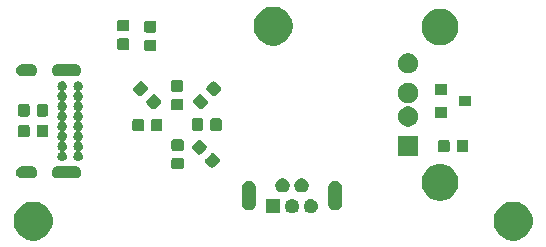
<source format=gbr>
G04 #@! TF.GenerationSoftware,KiCad,Pcbnew,(5.1.2)-1*
G04 #@! TF.CreationDate,2019-08-24T20:09:32-04:00*
G04 #@! TF.ProjectId,REV Type-C V3,52455620-5479-4706-952d-432056332e6b,rev?*
G04 #@! TF.SameCoordinates,Original*
G04 #@! TF.FileFunction,Soldermask,Bot*
G04 #@! TF.FilePolarity,Negative*
%FSLAX46Y46*%
G04 Gerber Fmt 4.6, Leading zero omitted, Abs format (unit mm)*
G04 Created by KiCad (PCBNEW (5.1.2)-1) date 2019-08-24 20:09:32*
%MOMM*%
%LPD*%
G04 APERTURE LIST*
%ADD10C,0.100000*%
G04 APERTURE END LIST*
D10*
G36*
X155315256Y-83481298D02*
G01*
X155421579Y-83502447D01*
X155722042Y-83626903D01*
X155992451Y-83807585D01*
X156222415Y-84037549D01*
X156403097Y-84307958D01*
X156527553Y-84608421D01*
X156591000Y-84927391D01*
X156591000Y-85252609D01*
X156527553Y-85571579D01*
X156403097Y-85872042D01*
X156222415Y-86142451D01*
X155992451Y-86372415D01*
X155722042Y-86553097D01*
X155421579Y-86677553D01*
X155315256Y-86698702D01*
X155102611Y-86741000D01*
X154777389Y-86741000D01*
X154564744Y-86698702D01*
X154458421Y-86677553D01*
X154157958Y-86553097D01*
X153887549Y-86372415D01*
X153657585Y-86142451D01*
X153476903Y-85872042D01*
X153352447Y-85571579D01*
X153289000Y-85252609D01*
X153289000Y-84927391D01*
X153352447Y-84608421D01*
X153476903Y-84307958D01*
X153657585Y-84037549D01*
X153887549Y-83807585D01*
X154157958Y-83626903D01*
X154458421Y-83502447D01*
X154564744Y-83481298D01*
X154777389Y-83439000D01*
X155102611Y-83439000D01*
X155315256Y-83481298D01*
X155315256Y-83481298D01*
G37*
G36*
X114675256Y-83481298D02*
G01*
X114781579Y-83502447D01*
X115082042Y-83626903D01*
X115352451Y-83807585D01*
X115582415Y-84037549D01*
X115763097Y-84307958D01*
X115887553Y-84608421D01*
X115951000Y-84927391D01*
X115951000Y-85252609D01*
X115887553Y-85571579D01*
X115763097Y-85872042D01*
X115582415Y-86142451D01*
X115352451Y-86372415D01*
X115082042Y-86553097D01*
X114781579Y-86677553D01*
X114675256Y-86698702D01*
X114462611Y-86741000D01*
X114137389Y-86741000D01*
X113924744Y-86698702D01*
X113818421Y-86677553D01*
X113517958Y-86553097D01*
X113247549Y-86372415D01*
X113017585Y-86142451D01*
X112836903Y-85872042D01*
X112712447Y-85571579D01*
X112649000Y-85252609D01*
X112649000Y-84927391D01*
X112712447Y-84608421D01*
X112836903Y-84307958D01*
X113017585Y-84037549D01*
X113247549Y-83807585D01*
X113517958Y-83626903D01*
X113818421Y-83502447D01*
X113924744Y-83481298D01*
X114137389Y-83439000D01*
X114462611Y-83439000D01*
X114675256Y-83481298D01*
X114675256Y-83481298D01*
G37*
G36*
X136356601Y-83234397D02*
G01*
X136395305Y-83242096D01*
X136427340Y-83255365D01*
X136504680Y-83287400D01*
X136603115Y-83353173D01*
X136686827Y-83436885D01*
X136752600Y-83535320D01*
X136797904Y-83644696D01*
X136821000Y-83760805D01*
X136821000Y-83879195D01*
X136797904Y-83995304D01*
X136752600Y-84104680D01*
X136686827Y-84203115D01*
X136603115Y-84286827D01*
X136504680Y-84352600D01*
X136427340Y-84384635D01*
X136395305Y-84397904D01*
X136356601Y-84405603D01*
X136279195Y-84421000D01*
X136160805Y-84421000D01*
X136083399Y-84405603D01*
X136044695Y-84397904D01*
X136012660Y-84384635D01*
X135935320Y-84352600D01*
X135836885Y-84286827D01*
X135753173Y-84203115D01*
X135687400Y-84104680D01*
X135642096Y-83995304D01*
X135619000Y-83879195D01*
X135619000Y-83760805D01*
X135642096Y-83644696D01*
X135687400Y-83535320D01*
X135753173Y-83436885D01*
X135836885Y-83353173D01*
X135935320Y-83287400D01*
X136012660Y-83255365D01*
X136044695Y-83242096D01*
X136083399Y-83234397D01*
X136160805Y-83219000D01*
X136279195Y-83219000D01*
X136356601Y-83234397D01*
X136356601Y-83234397D01*
G37*
G36*
X137956601Y-83234397D02*
G01*
X137995305Y-83242096D01*
X138027340Y-83255365D01*
X138104680Y-83287400D01*
X138203115Y-83353173D01*
X138286827Y-83436885D01*
X138352600Y-83535320D01*
X138397904Y-83644696D01*
X138421000Y-83760805D01*
X138421000Y-83879195D01*
X138397904Y-83995304D01*
X138352600Y-84104680D01*
X138286827Y-84203115D01*
X138203115Y-84286827D01*
X138104680Y-84352600D01*
X138027340Y-84384635D01*
X137995305Y-84397904D01*
X137956601Y-84405603D01*
X137879195Y-84421000D01*
X137760805Y-84421000D01*
X137683399Y-84405603D01*
X137644695Y-84397904D01*
X137612660Y-84384635D01*
X137535320Y-84352600D01*
X137436885Y-84286827D01*
X137353173Y-84203115D01*
X137287400Y-84104680D01*
X137242096Y-83995304D01*
X137219000Y-83879195D01*
X137219000Y-83760805D01*
X137242096Y-83644696D01*
X137287400Y-83535320D01*
X137353173Y-83436885D01*
X137436885Y-83353173D01*
X137535320Y-83287400D01*
X137612660Y-83255365D01*
X137644695Y-83242096D01*
X137683399Y-83234397D01*
X137760805Y-83219000D01*
X137879195Y-83219000D01*
X137956601Y-83234397D01*
X137956601Y-83234397D01*
G37*
G36*
X135221000Y-84421000D02*
G01*
X134019000Y-84421000D01*
X134019000Y-83219000D01*
X135221000Y-83219000D01*
X135221000Y-84421000D01*
X135221000Y-84421000D01*
G37*
G36*
X132687817Y-81702696D02*
G01*
X132801104Y-81737062D01*
X132905511Y-81792869D01*
X132905513Y-81792870D01*
X132905512Y-81792870D01*
X132997027Y-81867973D01*
X133060711Y-81945572D01*
X133072131Y-81959488D01*
X133127938Y-82063895D01*
X133162304Y-82177182D01*
X133171000Y-82265481D01*
X133171000Y-83624519D01*
X133162304Y-83712818D01*
X133127938Y-83826105D01*
X133072131Y-83930512D01*
X132997027Y-84022027D01*
X132905512Y-84097131D01*
X132801105Y-84152938D01*
X132687818Y-84187304D01*
X132570000Y-84198907D01*
X132452183Y-84187304D01*
X132338896Y-84152938D01*
X132234489Y-84097131D01*
X132142974Y-84022027D01*
X132067870Y-83930512D01*
X132012063Y-83826105D01*
X131977697Y-83712818D01*
X131969001Y-83624519D01*
X131969000Y-82265482D01*
X131977696Y-82177183D01*
X132012062Y-82063896D01*
X132067869Y-81959489D01*
X132081338Y-81943077D01*
X132142973Y-81867973D01*
X132234487Y-81792870D01*
X132234486Y-81792870D01*
X132234488Y-81792869D01*
X132338895Y-81737062D01*
X132452182Y-81702696D01*
X132570000Y-81691093D01*
X132687817Y-81702696D01*
X132687817Y-81702696D01*
G37*
G36*
X139987817Y-81702696D02*
G01*
X140101104Y-81737062D01*
X140205511Y-81792869D01*
X140205513Y-81792870D01*
X140205512Y-81792870D01*
X140297027Y-81867973D01*
X140360711Y-81945572D01*
X140372131Y-81959488D01*
X140427938Y-82063895D01*
X140462304Y-82177182D01*
X140471000Y-82265481D01*
X140471000Y-83624519D01*
X140462304Y-83712818D01*
X140427938Y-83826105D01*
X140372131Y-83930512D01*
X140297027Y-84022027D01*
X140205512Y-84097131D01*
X140101105Y-84152938D01*
X139987818Y-84187304D01*
X139870000Y-84198907D01*
X139752183Y-84187304D01*
X139638896Y-84152938D01*
X139534489Y-84097131D01*
X139442974Y-84022027D01*
X139367870Y-83930512D01*
X139312063Y-83826105D01*
X139277697Y-83712818D01*
X139269001Y-83624519D01*
X139269000Y-82265482D01*
X139277696Y-82177183D01*
X139312062Y-82063896D01*
X139367869Y-81959489D01*
X139381338Y-81943077D01*
X139442973Y-81867973D01*
X139534487Y-81792870D01*
X139534486Y-81792870D01*
X139534488Y-81792869D01*
X139638895Y-81737062D01*
X139752182Y-81702696D01*
X139870000Y-81691093D01*
X139987817Y-81702696D01*
X139987817Y-81702696D01*
G37*
G36*
X149062585Y-80288802D02*
G01*
X149212410Y-80318604D01*
X149494674Y-80435521D01*
X149748705Y-80605259D01*
X149964741Y-80821295D01*
X150134479Y-81075326D01*
X150251396Y-81357590D01*
X150264825Y-81425102D01*
X150300246Y-81603173D01*
X150311000Y-81657240D01*
X150311000Y-81962760D01*
X150251396Y-82262410D01*
X150134479Y-82544674D01*
X149964741Y-82798705D01*
X149748705Y-83014741D01*
X149494674Y-83184479D01*
X149212410Y-83301396D01*
X149062585Y-83331198D01*
X148912761Y-83361000D01*
X148607239Y-83361000D01*
X148457415Y-83331198D01*
X148307590Y-83301396D01*
X148025326Y-83184479D01*
X147771295Y-83014741D01*
X147555259Y-82798705D01*
X147385521Y-82544674D01*
X147268604Y-82262410D01*
X147209000Y-81962760D01*
X147209000Y-81657240D01*
X147219755Y-81603173D01*
X147255175Y-81425102D01*
X147268604Y-81357590D01*
X147385521Y-81075326D01*
X147555259Y-80821295D01*
X147771295Y-80605259D01*
X148025326Y-80435521D01*
X148307590Y-80318604D01*
X148457415Y-80288802D01*
X148607239Y-80259000D01*
X148912761Y-80259000D01*
X149062585Y-80288802D01*
X149062585Y-80288802D01*
G37*
G36*
X135556601Y-81484397D02*
G01*
X135595305Y-81492096D01*
X135627340Y-81505365D01*
X135704680Y-81537400D01*
X135803115Y-81603173D01*
X135886827Y-81686885D01*
X135952600Y-81785320D01*
X135997904Y-81894696D01*
X136021000Y-82010805D01*
X136021000Y-82129195D01*
X135997904Y-82245304D01*
X135952600Y-82354680D01*
X135886827Y-82453115D01*
X135803115Y-82536827D01*
X135704680Y-82602600D01*
X135627340Y-82634635D01*
X135595305Y-82647904D01*
X135556601Y-82655603D01*
X135479195Y-82671000D01*
X135360805Y-82671000D01*
X135283399Y-82655603D01*
X135244695Y-82647904D01*
X135212660Y-82634635D01*
X135135320Y-82602600D01*
X135036885Y-82536827D01*
X134953173Y-82453115D01*
X134887400Y-82354680D01*
X134842096Y-82245304D01*
X134819000Y-82129195D01*
X134819000Y-82010805D01*
X134842096Y-81894696D01*
X134887400Y-81785320D01*
X134953173Y-81686885D01*
X135036885Y-81603173D01*
X135135320Y-81537400D01*
X135212660Y-81505365D01*
X135244695Y-81492096D01*
X135283399Y-81484397D01*
X135360805Y-81469000D01*
X135479195Y-81469000D01*
X135556601Y-81484397D01*
X135556601Y-81484397D01*
G37*
G36*
X137156601Y-81484397D02*
G01*
X137195305Y-81492096D01*
X137227340Y-81505365D01*
X137304680Y-81537400D01*
X137403115Y-81603173D01*
X137486827Y-81686885D01*
X137552600Y-81785320D01*
X137597904Y-81894696D01*
X137621000Y-82010805D01*
X137621000Y-82129195D01*
X137597904Y-82245304D01*
X137552600Y-82354680D01*
X137486827Y-82453115D01*
X137403115Y-82536827D01*
X137304680Y-82602600D01*
X137227340Y-82634635D01*
X137195305Y-82647904D01*
X137156601Y-82655603D01*
X137079195Y-82671000D01*
X136960805Y-82671000D01*
X136883399Y-82655603D01*
X136844695Y-82647904D01*
X136812660Y-82634635D01*
X136735320Y-82602600D01*
X136636885Y-82536827D01*
X136553173Y-82453115D01*
X136487400Y-82354680D01*
X136442096Y-82245304D01*
X136419000Y-82129195D01*
X136419000Y-82010805D01*
X136442096Y-81894696D01*
X136487400Y-81785320D01*
X136553173Y-81686885D01*
X136636885Y-81603173D01*
X136735320Y-81537400D01*
X136812660Y-81505365D01*
X136844695Y-81492096D01*
X136883399Y-81484397D01*
X136960805Y-81469000D01*
X137079195Y-81469000D01*
X137156601Y-81484397D01*
X137156601Y-81484397D01*
G37*
G36*
X114248213Y-80466249D02*
G01*
X114342652Y-80494897D01*
X114429687Y-80541418D01*
X114505975Y-80604025D01*
X114568582Y-80680313D01*
X114615103Y-80767348D01*
X114643751Y-80861787D01*
X114653424Y-80960000D01*
X114643751Y-81058213D01*
X114615103Y-81152652D01*
X114568582Y-81239687D01*
X114505975Y-81315975D01*
X114429687Y-81378582D01*
X114342652Y-81425103D01*
X114248213Y-81453751D01*
X114174612Y-81461000D01*
X113325388Y-81461000D01*
X113251787Y-81453751D01*
X113157348Y-81425103D01*
X113070313Y-81378582D01*
X112994025Y-81315975D01*
X112931418Y-81239687D01*
X112884897Y-81152652D01*
X112856249Y-81058213D01*
X112846576Y-80960000D01*
X112856249Y-80861787D01*
X112884897Y-80767348D01*
X112931418Y-80680313D01*
X112994025Y-80604025D01*
X113070313Y-80541418D01*
X113157348Y-80494897D01*
X113251787Y-80466249D01*
X113325388Y-80459000D01*
X114174612Y-80459000D01*
X114248213Y-80466249D01*
X114248213Y-80466249D01*
G37*
G36*
X117978213Y-80466249D02*
G01*
X118072652Y-80494897D01*
X118159687Y-80541418D01*
X118235975Y-80604025D01*
X118298582Y-80680313D01*
X118345103Y-80767348D01*
X118373751Y-80861787D01*
X118383424Y-80960000D01*
X118373751Y-81058213D01*
X118345103Y-81152652D01*
X118298582Y-81239687D01*
X118235975Y-81315975D01*
X118159687Y-81378582D01*
X118072652Y-81425103D01*
X117978213Y-81453751D01*
X117904612Y-81461000D01*
X116355388Y-81461000D01*
X116281787Y-81453751D01*
X116187348Y-81425103D01*
X116100313Y-81378582D01*
X116024025Y-81315975D01*
X115961418Y-81239687D01*
X115914897Y-81152652D01*
X115886249Y-81058213D01*
X115876576Y-80960000D01*
X115886249Y-80861787D01*
X115914897Y-80767348D01*
X115961418Y-80680313D01*
X116024025Y-80604025D01*
X116100313Y-80541418D01*
X116187348Y-80494897D01*
X116281787Y-80466249D01*
X116355388Y-80459000D01*
X117904612Y-80459000D01*
X117978213Y-80466249D01*
X117978213Y-80466249D01*
G37*
G36*
X126909581Y-79748411D02*
G01*
X126943559Y-79758719D01*
X126974880Y-79775460D01*
X127002329Y-79797987D01*
X127024856Y-79825436D01*
X127041597Y-79856757D01*
X127051905Y-79890735D01*
X127055990Y-79932216D01*
X127055990Y-80533436D01*
X127051905Y-80574917D01*
X127041597Y-80608895D01*
X127024856Y-80640216D01*
X127002329Y-80667665D01*
X126974880Y-80690192D01*
X126943559Y-80706933D01*
X126909581Y-80717241D01*
X126868100Y-80721326D01*
X126191880Y-80721326D01*
X126150399Y-80717241D01*
X126116421Y-80706933D01*
X126085100Y-80690192D01*
X126057651Y-80667665D01*
X126035124Y-80640216D01*
X126018383Y-80608895D01*
X126008075Y-80574917D01*
X126003990Y-80533436D01*
X126003990Y-79932216D01*
X126008075Y-79890735D01*
X126018383Y-79856757D01*
X126035124Y-79825436D01*
X126057651Y-79797987D01*
X126085100Y-79775460D01*
X126116421Y-79758719D01*
X126150399Y-79748411D01*
X126191880Y-79744326D01*
X126868100Y-79744326D01*
X126909581Y-79748411D01*
X126909581Y-79748411D01*
G37*
G36*
X129538705Y-79308855D02*
G01*
X129572683Y-79319163D01*
X129604004Y-79335904D01*
X129636218Y-79362342D01*
X129676069Y-79402193D01*
X129676075Y-79402198D01*
X130021496Y-79747619D01*
X130021501Y-79747625D01*
X130061352Y-79787476D01*
X130087790Y-79819690D01*
X130104531Y-79851011D01*
X130114839Y-79884989D01*
X130118319Y-79920330D01*
X130114839Y-79955671D01*
X130104531Y-79989649D01*
X130087790Y-80020970D01*
X130061352Y-80053184D01*
X130021501Y-80093035D01*
X130021496Y-80093041D01*
X129623041Y-80491496D01*
X129623035Y-80491501D01*
X129583184Y-80531352D01*
X129550970Y-80557790D01*
X129519649Y-80574531D01*
X129485671Y-80584839D01*
X129450330Y-80588319D01*
X129414989Y-80584839D01*
X129381011Y-80574531D01*
X129349690Y-80557790D01*
X129317476Y-80531352D01*
X129277625Y-80491501D01*
X129277619Y-80491496D01*
X128932198Y-80146075D01*
X128932193Y-80146069D01*
X128892342Y-80106218D01*
X128865904Y-80074004D01*
X128849163Y-80042683D01*
X128838855Y-80008705D01*
X128835375Y-79973364D01*
X128838855Y-79938023D01*
X128849163Y-79904045D01*
X128865904Y-79872724D01*
X128892342Y-79840510D01*
X128932193Y-79800659D01*
X128932198Y-79800653D01*
X129330653Y-79402198D01*
X129330659Y-79402193D01*
X129370510Y-79362342D01*
X129402724Y-79335904D01*
X129434045Y-79319163D01*
X129468023Y-79308855D01*
X129503364Y-79305375D01*
X129538705Y-79308855D01*
X129538705Y-79308855D01*
G37*
G36*
X116819449Y-73262969D02*
G01*
X116876967Y-73274410D01*
X116899952Y-73283931D01*
X116949944Y-73304638D01*
X117015622Y-73348523D01*
X117071477Y-73404378D01*
X117115362Y-73470056D01*
X117121905Y-73485853D01*
X117145590Y-73543033D01*
X117161000Y-73620505D01*
X117161000Y-73699495D01*
X117148270Y-73763496D01*
X117145590Y-73776966D01*
X117115362Y-73849944D01*
X117071477Y-73915622D01*
X117015621Y-73971478D01*
X117001270Y-73981067D01*
X116982328Y-73996613D01*
X116966783Y-74015555D01*
X116955232Y-74037165D01*
X116948119Y-74060614D01*
X116945717Y-74085001D01*
X116948119Y-74109387D01*
X116955232Y-74132836D01*
X116966783Y-74154446D01*
X116982329Y-74173388D01*
X117001270Y-74188933D01*
X117015621Y-74198522D01*
X117071477Y-74254378D01*
X117115362Y-74320056D01*
X117145590Y-74393034D01*
X117158851Y-74459698D01*
X117161000Y-74470505D01*
X117161000Y-74549495D01*
X117145590Y-74626967D01*
X117138907Y-74643100D01*
X117115362Y-74699944D01*
X117071477Y-74765622D01*
X117015621Y-74821478D01*
X117001270Y-74831067D01*
X116982328Y-74846613D01*
X116966783Y-74865555D01*
X116955232Y-74887165D01*
X116948119Y-74910614D01*
X116945717Y-74935001D01*
X116948119Y-74959387D01*
X116955232Y-74982836D01*
X116966783Y-75004446D01*
X116982329Y-75023388D01*
X117001270Y-75038933D01*
X117015621Y-75048522D01*
X117071477Y-75104378D01*
X117115362Y-75170056D01*
X117145590Y-75243034D01*
X117161000Y-75320504D01*
X117161000Y-75399496D01*
X117153295Y-75438231D01*
X117145590Y-75476967D01*
X117141909Y-75485853D01*
X117115362Y-75549944D01*
X117071477Y-75615622D01*
X117015621Y-75671478D01*
X117001270Y-75681067D01*
X116982328Y-75696613D01*
X116966783Y-75715555D01*
X116955232Y-75737165D01*
X116948119Y-75760614D01*
X116945717Y-75785001D01*
X116948119Y-75809387D01*
X116955232Y-75832836D01*
X116966783Y-75854446D01*
X116982329Y-75873388D01*
X117001270Y-75888933D01*
X117015621Y-75898522D01*
X117071477Y-75954378D01*
X117115362Y-76020056D01*
X117145590Y-76093034D01*
X117161000Y-76170504D01*
X117161000Y-76249496D01*
X117145590Y-76326966D01*
X117115362Y-76399944D01*
X117071477Y-76465622D01*
X117015621Y-76521478D01*
X117001270Y-76531067D01*
X116982328Y-76546613D01*
X116966783Y-76565555D01*
X116955232Y-76587165D01*
X116948119Y-76610614D01*
X116945717Y-76635001D01*
X116948119Y-76659387D01*
X116955232Y-76682836D01*
X116966783Y-76704446D01*
X116982329Y-76723388D01*
X117001270Y-76738933D01*
X117015621Y-76748522D01*
X117071477Y-76804378D01*
X117115362Y-76870056D01*
X117145590Y-76943034D01*
X117161000Y-77020504D01*
X117161000Y-77099496D01*
X117145590Y-77176966D01*
X117115362Y-77249944D01*
X117071477Y-77315622D01*
X117015621Y-77371478D01*
X117001270Y-77381067D01*
X116982328Y-77396613D01*
X116966783Y-77415555D01*
X116955232Y-77437165D01*
X116948119Y-77460614D01*
X116945717Y-77485001D01*
X116948119Y-77509387D01*
X116955232Y-77532836D01*
X116966783Y-77554446D01*
X116982329Y-77573388D01*
X117001270Y-77588933D01*
X117015621Y-77598522D01*
X117071477Y-77654378D01*
X117115362Y-77720056D01*
X117128490Y-77751750D01*
X117145590Y-77793033D01*
X117148589Y-77808110D01*
X117161000Y-77870504D01*
X117161000Y-77949496D01*
X117145590Y-78026966D01*
X117115362Y-78099944D01*
X117071477Y-78165622D01*
X117015621Y-78221478D01*
X117001270Y-78231067D01*
X116982328Y-78246613D01*
X116966783Y-78265555D01*
X116955232Y-78287165D01*
X116948119Y-78310614D01*
X116945717Y-78335001D01*
X116948119Y-78359387D01*
X116955232Y-78382836D01*
X116966783Y-78404446D01*
X116982329Y-78423388D01*
X117001270Y-78438933D01*
X117015621Y-78448522D01*
X117071477Y-78504378D01*
X117115362Y-78570056D01*
X117133069Y-78612805D01*
X117145590Y-78643033D01*
X117161000Y-78720505D01*
X117161000Y-78799495D01*
X117149031Y-78859670D01*
X117145590Y-78876966D01*
X117115362Y-78949944D01*
X117071477Y-79015622D01*
X117015621Y-79071478D01*
X117001270Y-79081067D01*
X116982328Y-79096613D01*
X116966783Y-79115555D01*
X116955232Y-79137165D01*
X116948119Y-79160614D01*
X116945717Y-79185001D01*
X116948119Y-79209387D01*
X116955232Y-79232836D01*
X116966783Y-79254446D01*
X116982329Y-79273388D01*
X117001270Y-79288933D01*
X117015621Y-79298522D01*
X117071477Y-79354378D01*
X117115362Y-79420056D01*
X117125548Y-79444648D01*
X117145590Y-79493033D01*
X117161000Y-79570505D01*
X117161000Y-79649495D01*
X117145590Y-79726967D01*
X117133069Y-79757195D01*
X117115362Y-79799944D01*
X117071477Y-79865622D01*
X117015622Y-79921477D01*
X116949944Y-79965362D01*
X116907195Y-79983069D01*
X116876967Y-79995590D01*
X116838231Y-80003295D01*
X116799496Y-80011000D01*
X116720504Y-80011000D01*
X116681769Y-80003295D01*
X116643033Y-79995590D01*
X116612805Y-79983069D01*
X116570056Y-79965362D01*
X116504378Y-79921477D01*
X116448523Y-79865622D01*
X116404638Y-79799944D01*
X116386931Y-79757195D01*
X116374410Y-79726967D01*
X116359000Y-79649495D01*
X116359000Y-79570505D01*
X116374410Y-79493033D01*
X116394452Y-79444648D01*
X116404638Y-79420056D01*
X116448523Y-79354378D01*
X116504379Y-79298522D01*
X116518730Y-79288933D01*
X116537672Y-79273387D01*
X116553217Y-79254445D01*
X116564768Y-79232835D01*
X116571881Y-79209386D01*
X116574283Y-79184999D01*
X116571881Y-79160613D01*
X116564768Y-79137164D01*
X116553217Y-79115554D01*
X116537671Y-79096612D01*
X116518730Y-79081067D01*
X116504379Y-79071478D01*
X116448523Y-79015622D01*
X116404638Y-78949944D01*
X116374410Y-78876966D01*
X116370970Y-78859670D01*
X116359000Y-78799495D01*
X116359000Y-78720505D01*
X116374410Y-78643033D01*
X116386931Y-78612805D01*
X116404638Y-78570056D01*
X116448523Y-78504378D01*
X116504379Y-78448522D01*
X116518730Y-78438933D01*
X116537672Y-78423387D01*
X116553217Y-78404445D01*
X116564768Y-78382835D01*
X116571881Y-78359386D01*
X116574283Y-78334999D01*
X116571881Y-78310613D01*
X116564768Y-78287164D01*
X116553217Y-78265554D01*
X116537671Y-78246612D01*
X116518730Y-78231067D01*
X116504379Y-78221478D01*
X116448523Y-78165622D01*
X116404638Y-78099944D01*
X116374410Y-78026966D01*
X116359000Y-77949496D01*
X116359000Y-77870504D01*
X116371411Y-77808110D01*
X116374410Y-77793033D01*
X116391510Y-77751750D01*
X116404638Y-77720056D01*
X116448523Y-77654378D01*
X116504379Y-77598522D01*
X116518730Y-77588933D01*
X116537672Y-77573387D01*
X116553217Y-77554445D01*
X116564768Y-77532835D01*
X116571881Y-77509386D01*
X116574283Y-77484999D01*
X116571881Y-77460613D01*
X116564768Y-77437164D01*
X116553217Y-77415554D01*
X116537671Y-77396612D01*
X116518730Y-77381067D01*
X116504379Y-77371478D01*
X116448523Y-77315622D01*
X116404638Y-77249944D01*
X116374410Y-77176966D01*
X116359000Y-77099496D01*
X116359000Y-77020504D01*
X116374410Y-76943034D01*
X116404638Y-76870056D01*
X116448523Y-76804378D01*
X116504379Y-76748522D01*
X116518730Y-76738933D01*
X116537672Y-76723387D01*
X116553217Y-76704445D01*
X116564768Y-76682835D01*
X116571881Y-76659386D01*
X116574283Y-76634999D01*
X116571881Y-76610613D01*
X116564768Y-76587164D01*
X116553217Y-76565554D01*
X116537671Y-76546612D01*
X116518730Y-76531067D01*
X116504379Y-76521478D01*
X116448523Y-76465622D01*
X116404638Y-76399944D01*
X116374410Y-76326966D01*
X116359000Y-76249496D01*
X116359000Y-76170504D01*
X116374410Y-76093034D01*
X116404638Y-76020056D01*
X116448523Y-75954378D01*
X116504379Y-75898522D01*
X116518730Y-75888933D01*
X116537672Y-75873387D01*
X116553217Y-75854445D01*
X116564768Y-75832835D01*
X116571881Y-75809386D01*
X116574283Y-75784999D01*
X116571881Y-75760613D01*
X116564768Y-75737164D01*
X116553217Y-75715554D01*
X116537671Y-75696612D01*
X116518730Y-75681067D01*
X116504379Y-75671478D01*
X116448523Y-75615622D01*
X116404638Y-75549944D01*
X116378091Y-75485853D01*
X116374410Y-75476967D01*
X116366705Y-75438231D01*
X116359000Y-75399496D01*
X116359000Y-75320504D01*
X116374410Y-75243034D01*
X116404638Y-75170056D01*
X116448523Y-75104378D01*
X116504379Y-75048522D01*
X116518730Y-75038933D01*
X116537672Y-75023387D01*
X116553217Y-75004445D01*
X116564768Y-74982835D01*
X116571881Y-74959386D01*
X116574283Y-74934999D01*
X116571881Y-74910613D01*
X116564768Y-74887164D01*
X116553217Y-74865554D01*
X116537671Y-74846612D01*
X116518730Y-74831067D01*
X116504379Y-74821478D01*
X116448523Y-74765622D01*
X116404638Y-74699944D01*
X116381093Y-74643100D01*
X116374410Y-74626967D01*
X116359000Y-74549495D01*
X116359000Y-74470505D01*
X116361150Y-74459698D01*
X116374410Y-74393034D01*
X116404638Y-74320056D01*
X116448523Y-74254378D01*
X116504379Y-74198522D01*
X116518730Y-74188933D01*
X116537672Y-74173387D01*
X116553217Y-74154445D01*
X116564768Y-74132835D01*
X116571881Y-74109386D01*
X116574283Y-74084999D01*
X116571881Y-74060613D01*
X116564768Y-74037164D01*
X116553217Y-74015554D01*
X116537671Y-73996612D01*
X116518730Y-73981067D01*
X116504379Y-73971478D01*
X116448523Y-73915622D01*
X116404638Y-73849944D01*
X116374410Y-73776966D01*
X116371731Y-73763496D01*
X116359000Y-73699495D01*
X116359000Y-73620505D01*
X116374410Y-73543033D01*
X116398095Y-73485853D01*
X116404638Y-73470056D01*
X116448523Y-73404378D01*
X116504378Y-73348523D01*
X116570056Y-73304638D01*
X116620048Y-73283931D01*
X116643033Y-73274410D01*
X116700551Y-73262969D01*
X116720504Y-73259000D01*
X116799496Y-73259000D01*
X116819449Y-73262969D01*
X116819449Y-73262969D01*
G37*
G36*
X118169449Y-73262969D02*
G01*
X118226967Y-73274410D01*
X118249952Y-73283931D01*
X118299944Y-73304638D01*
X118365622Y-73348523D01*
X118421477Y-73404378D01*
X118465362Y-73470056D01*
X118471905Y-73485853D01*
X118495590Y-73543033D01*
X118511000Y-73620505D01*
X118511000Y-73699495D01*
X118498270Y-73763496D01*
X118495590Y-73776966D01*
X118465362Y-73849944D01*
X118421477Y-73915622D01*
X118365621Y-73971478D01*
X118351270Y-73981067D01*
X118332328Y-73996613D01*
X118316783Y-74015555D01*
X118305232Y-74037165D01*
X118298119Y-74060614D01*
X118295717Y-74085001D01*
X118298119Y-74109387D01*
X118305232Y-74132836D01*
X118316783Y-74154446D01*
X118332329Y-74173388D01*
X118351270Y-74188933D01*
X118365621Y-74198522D01*
X118421477Y-74254378D01*
X118465362Y-74320056D01*
X118495590Y-74393034D01*
X118508851Y-74459698D01*
X118511000Y-74470505D01*
X118511000Y-74549495D01*
X118495590Y-74626967D01*
X118488907Y-74643100D01*
X118465362Y-74699944D01*
X118421477Y-74765622D01*
X118365621Y-74821478D01*
X118351270Y-74831067D01*
X118332328Y-74846613D01*
X118316783Y-74865555D01*
X118305232Y-74887165D01*
X118298119Y-74910614D01*
X118295717Y-74935001D01*
X118298119Y-74959387D01*
X118305232Y-74982836D01*
X118316783Y-75004446D01*
X118332329Y-75023388D01*
X118351270Y-75038933D01*
X118365621Y-75048522D01*
X118421477Y-75104378D01*
X118465362Y-75170056D01*
X118495590Y-75243034D01*
X118511000Y-75320504D01*
X118511000Y-75399496D01*
X118503295Y-75438231D01*
X118495590Y-75476967D01*
X118491909Y-75485853D01*
X118465362Y-75549944D01*
X118421477Y-75615622D01*
X118365621Y-75671478D01*
X118351270Y-75681067D01*
X118332328Y-75696613D01*
X118316783Y-75715555D01*
X118305232Y-75737165D01*
X118298119Y-75760614D01*
X118295717Y-75785001D01*
X118298119Y-75809387D01*
X118305232Y-75832836D01*
X118316783Y-75854446D01*
X118332329Y-75873388D01*
X118351270Y-75888933D01*
X118365621Y-75898522D01*
X118421477Y-75954378D01*
X118465362Y-76020056D01*
X118495590Y-76093034D01*
X118511000Y-76170504D01*
X118511000Y-76249496D01*
X118495590Y-76326966D01*
X118465362Y-76399944D01*
X118421477Y-76465622D01*
X118365621Y-76521478D01*
X118351270Y-76531067D01*
X118332328Y-76546613D01*
X118316783Y-76565555D01*
X118305232Y-76587165D01*
X118298119Y-76610614D01*
X118295717Y-76635001D01*
X118298119Y-76659387D01*
X118305232Y-76682836D01*
X118316783Y-76704446D01*
X118332329Y-76723388D01*
X118351270Y-76738933D01*
X118365621Y-76748522D01*
X118421477Y-76804378D01*
X118465362Y-76870056D01*
X118495590Y-76943034D01*
X118511000Y-77020504D01*
X118511000Y-77099496D01*
X118495590Y-77176966D01*
X118465362Y-77249944D01*
X118421477Y-77315622D01*
X118365621Y-77371478D01*
X118351270Y-77381067D01*
X118332328Y-77396613D01*
X118316783Y-77415555D01*
X118305232Y-77437165D01*
X118298119Y-77460614D01*
X118295717Y-77485001D01*
X118298119Y-77509387D01*
X118305232Y-77532836D01*
X118316783Y-77554446D01*
X118332329Y-77573388D01*
X118351270Y-77588933D01*
X118365621Y-77598522D01*
X118421477Y-77654378D01*
X118465362Y-77720056D01*
X118478490Y-77751750D01*
X118495590Y-77793033D01*
X118498589Y-77808110D01*
X118511000Y-77870504D01*
X118511000Y-77949496D01*
X118495590Y-78026966D01*
X118465362Y-78099944D01*
X118421477Y-78165622D01*
X118365621Y-78221478D01*
X118351270Y-78231067D01*
X118332328Y-78246613D01*
X118316783Y-78265555D01*
X118305232Y-78287165D01*
X118298119Y-78310614D01*
X118295717Y-78335001D01*
X118298119Y-78359387D01*
X118305232Y-78382836D01*
X118316783Y-78404446D01*
X118332329Y-78423388D01*
X118351270Y-78438933D01*
X118365621Y-78448522D01*
X118421477Y-78504378D01*
X118465362Y-78570056D01*
X118483069Y-78612805D01*
X118495590Y-78643033D01*
X118511000Y-78720505D01*
X118511000Y-78799495D01*
X118499031Y-78859670D01*
X118495590Y-78876966D01*
X118465362Y-78949944D01*
X118421477Y-79015622D01*
X118365621Y-79071478D01*
X118351270Y-79081067D01*
X118332328Y-79096613D01*
X118316783Y-79115555D01*
X118305232Y-79137165D01*
X118298119Y-79160614D01*
X118295717Y-79185001D01*
X118298119Y-79209387D01*
X118305232Y-79232836D01*
X118316783Y-79254446D01*
X118332329Y-79273388D01*
X118351270Y-79288933D01*
X118365621Y-79298522D01*
X118421477Y-79354378D01*
X118465362Y-79420056D01*
X118475548Y-79444648D01*
X118495590Y-79493033D01*
X118511000Y-79570505D01*
X118511000Y-79649495D01*
X118495590Y-79726967D01*
X118483069Y-79757195D01*
X118465362Y-79799944D01*
X118421477Y-79865622D01*
X118365622Y-79921477D01*
X118299944Y-79965362D01*
X118257195Y-79983069D01*
X118226967Y-79995590D01*
X118188231Y-80003295D01*
X118149496Y-80011000D01*
X118070504Y-80011000D01*
X118031769Y-80003295D01*
X117993033Y-79995590D01*
X117962805Y-79983069D01*
X117920056Y-79965362D01*
X117854378Y-79921477D01*
X117798523Y-79865622D01*
X117754638Y-79799944D01*
X117736931Y-79757195D01*
X117724410Y-79726967D01*
X117709000Y-79649495D01*
X117709000Y-79570505D01*
X117724410Y-79493033D01*
X117744452Y-79444648D01*
X117754638Y-79420056D01*
X117798523Y-79354378D01*
X117854379Y-79298522D01*
X117868730Y-79288933D01*
X117887672Y-79273387D01*
X117903217Y-79254445D01*
X117914768Y-79232835D01*
X117921881Y-79209386D01*
X117924283Y-79184999D01*
X117921881Y-79160613D01*
X117914768Y-79137164D01*
X117903217Y-79115554D01*
X117887671Y-79096612D01*
X117868730Y-79081067D01*
X117854379Y-79071478D01*
X117798523Y-79015622D01*
X117754638Y-78949944D01*
X117724410Y-78876966D01*
X117720970Y-78859670D01*
X117709000Y-78799495D01*
X117709000Y-78720505D01*
X117724410Y-78643033D01*
X117736931Y-78612805D01*
X117754638Y-78570056D01*
X117798523Y-78504378D01*
X117854379Y-78448522D01*
X117868730Y-78438933D01*
X117887672Y-78423387D01*
X117903217Y-78404445D01*
X117914768Y-78382835D01*
X117921881Y-78359386D01*
X117924283Y-78334999D01*
X117921881Y-78310613D01*
X117914768Y-78287164D01*
X117903217Y-78265554D01*
X117887671Y-78246612D01*
X117868730Y-78231067D01*
X117854379Y-78221478D01*
X117798523Y-78165622D01*
X117754638Y-78099944D01*
X117724410Y-78026966D01*
X117709000Y-77949496D01*
X117709000Y-77870504D01*
X117721411Y-77808110D01*
X117724410Y-77793033D01*
X117741510Y-77751750D01*
X117754638Y-77720056D01*
X117798523Y-77654378D01*
X117854379Y-77598522D01*
X117868730Y-77588933D01*
X117887672Y-77573387D01*
X117903217Y-77554445D01*
X117914768Y-77532835D01*
X117921881Y-77509386D01*
X117924283Y-77484999D01*
X117921881Y-77460613D01*
X117914768Y-77437164D01*
X117903217Y-77415554D01*
X117887671Y-77396612D01*
X117868730Y-77381067D01*
X117854379Y-77371478D01*
X117798523Y-77315622D01*
X117754638Y-77249944D01*
X117724410Y-77176966D01*
X117709000Y-77099496D01*
X117709000Y-77020504D01*
X117724410Y-76943034D01*
X117754638Y-76870056D01*
X117798523Y-76804378D01*
X117854379Y-76748522D01*
X117868730Y-76738933D01*
X117887672Y-76723387D01*
X117903217Y-76704445D01*
X117914768Y-76682835D01*
X117921881Y-76659386D01*
X117924283Y-76634999D01*
X117921881Y-76610613D01*
X117914768Y-76587164D01*
X117903217Y-76565554D01*
X117887671Y-76546612D01*
X117868730Y-76531067D01*
X117854379Y-76521478D01*
X117798523Y-76465622D01*
X117754638Y-76399944D01*
X117724410Y-76326966D01*
X117709000Y-76249496D01*
X117709000Y-76170504D01*
X117724410Y-76093034D01*
X117754638Y-76020056D01*
X117798523Y-75954378D01*
X117854379Y-75898522D01*
X117868730Y-75888933D01*
X117887672Y-75873387D01*
X117903217Y-75854445D01*
X117914768Y-75832835D01*
X117921881Y-75809386D01*
X117924283Y-75784999D01*
X117921881Y-75760613D01*
X117914768Y-75737164D01*
X117903217Y-75715554D01*
X117887671Y-75696612D01*
X117868730Y-75681067D01*
X117854379Y-75671478D01*
X117798523Y-75615622D01*
X117754638Y-75549944D01*
X117728091Y-75485853D01*
X117724410Y-75476967D01*
X117716705Y-75438231D01*
X117709000Y-75399496D01*
X117709000Y-75320504D01*
X117724410Y-75243034D01*
X117754638Y-75170056D01*
X117798523Y-75104378D01*
X117854379Y-75048522D01*
X117868730Y-75038933D01*
X117887672Y-75023387D01*
X117903217Y-75004445D01*
X117914768Y-74982835D01*
X117921881Y-74959386D01*
X117924283Y-74934999D01*
X117921881Y-74910613D01*
X117914768Y-74887164D01*
X117903217Y-74865554D01*
X117887671Y-74846612D01*
X117868730Y-74831067D01*
X117854379Y-74821478D01*
X117798523Y-74765622D01*
X117754638Y-74699944D01*
X117731093Y-74643100D01*
X117724410Y-74626967D01*
X117709000Y-74549495D01*
X117709000Y-74470505D01*
X117711150Y-74459698D01*
X117724410Y-74393034D01*
X117754638Y-74320056D01*
X117798523Y-74254378D01*
X117854379Y-74198522D01*
X117868730Y-74188933D01*
X117887672Y-74173387D01*
X117903217Y-74154445D01*
X117914768Y-74132835D01*
X117921881Y-74109386D01*
X117924283Y-74084999D01*
X117921881Y-74060613D01*
X117914768Y-74037164D01*
X117903217Y-74015554D01*
X117887671Y-73996612D01*
X117868730Y-73981067D01*
X117854379Y-73971478D01*
X117798523Y-73915622D01*
X117754638Y-73849944D01*
X117724410Y-73776966D01*
X117721731Y-73763496D01*
X117709000Y-73699495D01*
X117709000Y-73620505D01*
X117724410Y-73543033D01*
X117748095Y-73485853D01*
X117754638Y-73470056D01*
X117798523Y-73404378D01*
X117854378Y-73348523D01*
X117920056Y-73304638D01*
X117970048Y-73283931D01*
X117993033Y-73274410D01*
X118050551Y-73262969D01*
X118070504Y-73259000D01*
X118149496Y-73259000D01*
X118169449Y-73262969D01*
X118169449Y-73262969D01*
G37*
G36*
X146901000Y-79591000D02*
G01*
X145199000Y-79591000D01*
X145199000Y-77889000D01*
X146901000Y-77889000D01*
X146901000Y-79591000D01*
X146901000Y-79591000D01*
G37*
G36*
X128425011Y-78195161D02*
G01*
X128458989Y-78205469D01*
X128490310Y-78222210D01*
X128522524Y-78248648D01*
X128562375Y-78288499D01*
X128562381Y-78288504D01*
X128907802Y-78633925D01*
X128907807Y-78633931D01*
X128947658Y-78673782D01*
X128974096Y-78705996D01*
X128990837Y-78737317D01*
X129001145Y-78771295D01*
X129004625Y-78806636D01*
X129001145Y-78841977D01*
X128990837Y-78875955D01*
X128974096Y-78907276D01*
X128947658Y-78939490D01*
X128907807Y-78979341D01*
X128907802Y-78979347D01*
X128509347Y-79377802D01*
X128509341Y-79377807D01*
X128469490Y-79417658D01*
X128437276Y-79444096D01*
X128405955Y-79460837D01*
X128371977Y-79471145D01*
X128336636Y-79474625D01*
X128301295Y-79471145D01*
X128267317Y-79460837D01*
X128235996Y-79444096D01*
X128203782Y-79417658D01*
X128163931Y-79377807D01*
X128163925Y-79377802D01*
X127818504Y-79032381D01*
X127818499Y-79032375D01*
X127778648Y-78992524D01*
X127752210Y-78960310D01*
X127735469Y-78928989D01*
X127725161Y-78895011D01*
X127721681Y-78859670D01*
X127725161Y-78824329D01*
X127735469Y-78790351D01*
X127752210Y-78759030D01*
X127778648Y-78726816D01*
X127818499Y-78686965D01*
X127818504Y-78686959D01*
X128216959Y-78288504D01*
X128216965Y-78288499D01*
X128256816Y-78248648D01*
X128289030Y-78222210D01*
X128320351Y-78205469D01*
X128354329Y-78195161D01*
X128389670Y-78191681D01*
X128425011Y-78195161D01*
X128425011Y-78195161D01*
G37*
G36*
X149414591Y-78218085D02*
G01*
X149448569Y-78228393D01*
X149479890Y-78245134D01*
X149507339Y-78267661D01*
X149529866Y-78295110D01*
X149546607Y-78326431D01*
X149556915Y-78360409D01*
X149561000Y-78401890D01*
X149561000Y-79078110D01*
X149556915Y-79119591D01*
X149546607Y-79153569D01*
X149529866Y-79184890D01*
X149507339Y-79212339D01*
X149479890Y-79234866D01*
X149448569Y-79251607D01*
X149414591Y-79261915D01*
X149373110Y-79266000D01*
X148771890Y-79266000D01*
X148730409Y-79261915D01*
X148696431Y-79251607D01*
X148665110Y-79234866D01*
X148637661Y-79212339D01*
X148615134Y-79184890D01*
X148598393Y-79153569D01*
X148588085Y-79119591D01*
X148584000Y-79078110D01*
X148584000Y-78401890D01*
X148588085Y-78360409D01*
X148598393Y-78326431D01*
X148615134Y-78295110D01*
X148637661Y-78267661D01*
X148665110Y-78245134D01*
X148696431Y-78228393D01*
X148730409Y-78218085D01*
X148771890Y-78214000D01*
X149373110Y-78214000D01*
X149414591Y-78218085D01*
X149414591Y-78218085D01*
G37*
G36*
X150989591Y-78218085D02*
G01*
X151023569Y-78228393D01*
X151054890Y-78245134D01*
X151082339Y-78267661D01*
X151104866Y-78295110D01*
X151121607Y-78326431D01*
X151131915Y-78360409D01*
X151136000Y-78401890D01*
X151136000Y-79078110D01*
X151131915Y-79119591D01*
X151121607Y-79153569D01*
X151104866Y-79184890D01*
X151082339Y-79212339D01*
X151054890Y-79234866D01*
X151023569Y-79251607D01*
X150989591Y-79261915D01*
X150948110Y-79266000D01*
X150346890Y-79266000D01*
X150305409Y-79261915D01*
X150271431Y-79251607D01*
X150240110Y-79234866D01*
X150212661Y-79212339D01*
X150190134Y-79184890D01*
X150173393Y-79153569D01*
X150163085Y-79119591D01*
X150159000Y-79078110D01*
X150159000Y-78401890D01*
X150163085Y-78360409D01*
X150173393Y-78326431D01*
X150190134Y-78295110D01*
X150212661Y-78267661D01*
X150240110Y-78245134D01*
X150271431Y-78228393D01*
X150305409Y-78218085D01*
X150346890Y-78214000D01*
X150948110Y-78214000D01*
X150989591Y-78218085D01*
X150989591Y-78218085D01*
G37*
G36*
X126909581Y-78173411D02*
G01*
X126943559Y-78183719D01*
X126974880Y-78200460D01*
X127002329Y-78222987D01*
X127024856Y-78250436D01*
X127041597Y-78281757D01*
X127051905Y-78315735D01*
X127055990Y-78357216D01*
X127055990Y-78958436D01*
X127051905Y-78999917D01*
X127041597Y-79033895D01*
X127024856Y-79065216D01*
X127002329Y-79092665D01*
X126974880Y-79115192D01*
X126943559Y-79131933D01*
X126909581Y-79142241D01*
X126868100Y-79146326D01*
X126191880Y-79146326D01*
X126150399Y-79142241D01*
X126116421Y-79131933D01*
X126085100Y-79115192D01*
X126057651Y-79092665D01*
X126035124Y-79065216D01*
X126018383Y-79033895D01*
X126008075Y-78999917D01*
X126003990Y-78958436D01*
X126003990Y-78357216D01*
X126008075Y-78315735D01*
X126018383Y-78281757D01*
X126035124Y-78250436D01*
X126057651Y-78222987D01*
X126085100Y-78200460D01*
X126116421Y-78183719D01*
X126150399Y-78173411D01*
X126191880Y-78169326D01*
X126868100Y-78169326D01*
X126909581Y-78173411D01*
X126909581Y-78173411D01*
G37*
G36*
X113854591Y-76948085D02*
G01*
X113888569Y-76958393D01*
X113919890Y-76975134D01*
X113947339Y-76997661D01*
X113969866Y-77025110D01*
X113986607Y-77056431D01*
X113996915Y-77090409D01*
X114001000Y-77131890D01*
X114001000Y-77808110D01*
X113996915Y-77849591D01*
X113986607Y-77883569D01*
X113969866Y-77914890D01*
X113947339Y-77942339D01*
X113919890Y-77964866D01*
X113888569Y-77981607D01*
X113854591Y-77991915D01*
X113813110Y-77996000D01*
X113211890Y-77996000D01*
X113170409Y-77991915D01*
X113136431Y-77981607D01*
X113105110Y-77964866D01*
X113077661Y-77942339D01*
X113055134Y-77914890D01*
X113038393Y-77883569D01*
X113028085Y-77849591D01*
X113024000Y-77808110D01*
X113024000Y-77131890D01*
X113028085Y-77090409D01*
X113038393Y-77056431D01*
X113055134Y-77025110D01*
X113077661Y-76997661D01*
X113105110Y-76975134D01*
X113136431Y-76958393D01*
X113170409Y-76948085D01*
X113211890Y-76944000D01*
X113813110Y-76944000D01*
X113854591Y-76948085D01*
X113854591Y-76948085D01*
G37*
G36*
X115429591Y-76948085D02*
G01*
X115463569Y-76958393D01*
X115494890Y-76975134D01*
X115522339Y-76997661D01*
X115544866Y-77025110D01*
X115561607Y-77056431D01*
X115571915Y-77090409D01*
X115576000Y-77131890D01*
X115576000Y-77808110D01*
X115571915Y-77849591D01*
X115561607Y-77883569D01*
X115544866Y-77914890D01*
X115522339Y-77942339D01*
X115494890Y-77964866D01*
X115463569Y-77981607D01*
X115429591Y-77991915D01*
X115388110Y-77996000D01*
X114786890Y-77996000D01*
X114745409Y-77991915D01*
X114711431Y-77981607D01*
X114680110Y-77964866D01*
X114652661Y-77942339D01*
X114630134Y-77914890D01*
X114613393Y-77883569D01*
X114603085Y-77849591D01*
X114599000Y-77808110D01*
X114599000Y-77131890D01*
X114603085Y-77090409D01*
X114613393Y-77056431D01*
X114630134Y-77025110D01*
X114652661Y-76997661D01*
X114680110Y-76975134D01*
X114711431Y-76958393D01*
X114745409Y-76948085D01*
X114786890Y-76944000D01*
X115388110Y-76944000D01*
X115429591Y-76948085D01*
X115429591Y-76948085D01*
G37*
G36*
X125107091Y-76448085D02*
G01*
X125141069Y-76458393D01*
X125172390Y-76475134D01*
X125199839Y-76497661D01*
X125222366Y-76525110D01*
X125239107Y-76556431D01*
X125249415Y-76590409D01*
X125253500Y-76631890D01*
X125253500Y-77308110D01*
X125249415Y-77349591D01*
X125239107Y-77383569D01*
X125222366Y-77414890D01*
X125199839Y-77442339D01*
X125172390Y-77464866D01*
X125141069Y-77481607D01*
X125107091Y-77491915D01*
X125065610Y-77496000D01*
X124464390Y-77496000D01*
X124422909Y-77491915D01*
X124388931Y-77481607D01*
X124357610Y-77464866D01*
X124330161Y-77442339D01*
X124307634Y-77414890D01*
X124290893Y-77383569D01*
X124280585Y-77349591D01*
X124276500Y-77308110D01*
X124276500Y-76631890D01*
X124280585Y-76590409D01*
X124290893Y-76556431D01*
X124307634Y-76525110D01*
X124330161Y-76497661D01*
X124357610Y-76475134D01*
X124388931Y-76458393D01*
X124422909Y-76448085D01*
X124464390Y-76444000D01*
X125065610Y-76444000D01*
X125107091Y-76448085D01*
X125107091Y-76448085D01*
G37*
G36*
X123532091Y-76448085D02*
G01*
X123566069Y-76458393D01*
X123597390Y-76475134D01*
X123624839Y-76497661D01*
X123647366Y-76525110D01*
X123664107Y-76556431D01*
X123674415Y-76590409D01*
X123678500Y-76631890D01*
X123678500Y-77308110D01*
X123674415Y-77349591D01*
X123664107Y-77383569D01*
X123647366Y-77414890D01*
X123624839Y-77442339D01*
X123597390Y-77464866D01*
X123566069Y-77481607D01*
X123532091Y-77491915D01*
X123490610Y-77496000D01*
X122889390Y-77496000D01*
X122847909Y-77491915D01*
X122813931Y-77481607D01*
X122782610Y-77464866D01*
X122755161Y-77442339D01*
X122732634Y-77414890D01*
X122715893Y-77383569D01*
X122705585Y-77349591D01*
X122701500Y-77308110D01*
X122701500Y-76631890D01*
X122705585Y-76590409D01*
X122715893Y-76556431D01*
X122732634Y-76525110D01*
X122755161Y-76497661D01*
X122782610Y-76475134D01*
X122813931Y-76458393D01*
X122847909Y-76448085D01*
X122889390Y-76444000D01*
X123490610Y-76444000D01*
X123532091Y-76448085D01*
X123532091Y-76448085D01*
G37*
G36*
X130132091Y-76398085D02*
G01*
X130166069Y-76408393D01*
X130197390Y-76425134D01*
X130224839Y-76447661D01*
X130247366Y-76475110D01*
X130264107Y-76506431D01*
X130274415Y-76540409D01*
X130278500Y-76581890D01*
X130278500Y-77258110D01*
X130274415Y-77299591D01*
X130264107Y-77333569D01*
X130247366Y-77364890D01*
X130224839Y-77392339D01*
X130197390Y-77414866D01*
X130166069Y-77431607D01*
X130132091Y-77441915D01*
X130090610Y-77446000D01*
X129489390Y-77446000D01*
X129447909Y-77441915D01*
X129413931Y-77431607D01*
X129382610Y-77414866D01*
X129355161Y-77392339D01*
X129332634Y-77364890D01*
X129315893Y-77333569D01*
X129305585Y-77299591D01*
X129301500Y-77258110D01*
X129301500Y-76581890D01*
X129305585Y-76540409D01*
X129315893Y-76506431D01*
X129332634Y-76475110D01*
X129355161Y-76447661D01*
X129382610Y-76425134D01*
X129413931Y-76408393D01*
X129447909Y-76398085D01*
X129489390Y-76394000D01*
X130090610Y-76394000D01*
X130132091Y-76398085D01*
X130132091Y-76398085D01*
G37*
G36*
X128557091Y-76398085D02*
G01*
X128591069Y-76408393D01*
X128622390Y-76425134D01*
X128649839Y-76447661D01*
X128672366Y-76475110D01*
X128689107Y-76506431D01*
X128699415Y-76540409D01*
X128703500Y-76581890D01*
X128703500Y-77258110D01*
X128699415Y-77299591D01*
X128689107Y-77333569D01*
X128672366Y-77364890D01*
X128649839Y-77392339D01*
X128622390Y-77414866D01*
X128591069Y-77431607D01*
X128557091Y-77441915D01*
X128515610Y-77446000D01*
X127914390Y-77446000D01*
X127872909Y-77441915D01*
X127838931Y-77431607D01*
X127807610Y-77414866D01*
X127780161Y-77392339D01*
X127757634Y-77364890D01*
X127740893Y-77333569D01*
X127730585Y-77299591D01*
X127726500Y-77258110D01*
X127726500Y-76581890D01*
X127730585Y-76540409D01*
X127740893Y-76506431D01*
X127757634Y-76475110D01*
X127780161Y-76447661D01*
X127807610Y-76425134D01*
X127838931Y-76408393D01*
X127872909Y-76398085D01*
X127914390Y-76394000D01*
X128515610Y-76394000D01*
X128557091Y-76398085D01*
X128557091Y-76398085D01*
G37*
G36*
X146298228Y-75421703D02*
G01*
X146453100Y-75485853D01*
X146592481Y-75578985D01*
X146711015Y-75697519D01*
X146804147Y-75836900D01*
X146868297Y-75991772D01*
X146901000Y-76156184D01*
X146901000Y-76323816D01*
X146868297Y-76488228D01*
X146804147Y-76643100D01*
X146711015Y-76782481D01*
X146592481Y-76901015D01*
X146453100Y-76994147D01*
X146298228Y-77058297D01*
X146133816Y-77091000D01*
X145966184Y-77091000D01*
X145801772Y-77058297D01*
X145646900Y-76994147D01*
X145507519Y-76901015D01*
X145388985Y-76782481D01*
X145295853Y-76643100D01*
X145231703Y-76488228D01*
X145199000Y-76323816D01*
X145199000Y-76156184D01*
X145231703Y-75991772D01*
X145295853Y-75836900D01*
X145388985Y-75697519D01*
X145507519Y-75578985D01*
X145646900Y-75485853D01*
X145801772Y-75421703D01*
X145966184Y-75389000D01*
X146133816Y-75389000D01*
X146298228Y-75421703D01*
X146298228Y-75421703D01*
G37*
G36*
X149361000Y-76331000D02*
G01*
X148359000Y-76331000D01*
X148359000Y-75429000D01*
X149361000Y-75429000D01*
X149361000Y-76331000D01*
X149361000Y-76331000D01*
G37*
G36*
X115429591Y-75195585D02*
G01*
X115463569Y-75205893D01*
X115494890Y-75222634D01*
X115522339Y-75245161D01*
X115544866Y-75272610D01*
X115561607Y-75303931D01*
X115571915Y-75337909D01*
X115576000Y-75379390D01*
X115576000Y-76055610D01*
X115571915Y-76097091D01*
X115561607Y-76131069D01*
X115544866Y-76162390D01*
X115522339Y-76189839D01*
X115494890Y-76212366D01*
X115463569Y-76229107D01*
X115429591Y-76239415D01*
X115388110Y-76243500D01*
X114786890Y-76243500D01*
X114745409Y-76239415D01*
X114711431Y-76229107D01*
X114680110Y-76212366D01*
X114652661Y-76189839D01*
X114630134Y-76162390D01*
X114613393Y-76131069D01*
X114603085Y-76097091D01*
X114599000Y-76055610D01*
X114599000Y-75379390D01*
X114603085Y-75337909D01*
X114613393Y-75303931D01*
X114630134Y-75272610D01*
X114652661Y-75245161D01*
X114680110Y-75222634D01*
X114711431Y-75205893D01*
X114745409Y-75195585D01*
X114786890Y-75191500D01*
X115388110Y-75191500D01*
X115429591Y-75195585D01*
X115429591Y-75195585D01*
G37*
G36*
X113854591Y-75195585D02*
G01*
X113888569Y-75205893D01*
X113919890Y-75222634D01*
X113947339Y-75245161D01*
X113969866Y-75272610D01*
X113986607Y-75303931D01*
X113996915Y-75337909D01*
X114001000Y-75379390D01*
X114001000Y-76055610D01*
X113996915Y-76097091D01*
X113986607Y-76131069D01*
X113969866Y-76162390D01*
X113947339Y-76189839D01*
X113919890Y-76212366D01*
X113888569Y-76229107D01*
X113854591Y-76239415D01*
X113813110Y-76243500D01*
X113211890Y-76243500D01*
X113170409Y-76239415D01*
X113136431Y-76229107D01*
X113105110Y-76212366D01*
X113077661Y-76189839D01*
X113055134Y-76162390D01*
X113038393Y-76131069D01*
X113028085Y-76097091D01*
X113024000Y-76055610D01*
X113024000Y-75379390D01*
X113028085Y-75337909D01*
X113038393Y-75303931D01*
X113055134Y-75272610D01*
X113077661Y-75245161D01*
X113105110Y-75222634D01*
X113136431Y-75205893D01*
X113170409Y-75195585D01*
X113211890Y-75191500D01*
X113813110Y-75191500D01*
X113854591Y-75195585D01*
X113854591Y-75195585D01*
G37*
G36*
X126879591Y-74750585D02*
G01*
X126913569Y-74760893D01*
X126944890Y-74777634D01*
X126972339Y-74800161D01*
X126994866Y-74827610D01*
X127011607Y-74858931D01*
X127021915Y-74892909D01*
X127026000Y-74934390D01*
X127026000Y-75535610D01*
X127021915Y-75577091D01*
X127011607Y-75611069D01*
X126994866Y-75642390D01*
X126972339Y-75669839D01*
X126944890Y-75692366D01*
X126913569Y-75709107D01*
X126879591Y-75719415D01*
X126838110Y-75723500D01*
X126161890Y-75723500D01*
X126120409Y-75719415D01*
X126086431Y-75709107D01*
X126055110Y-75692366D01*
X126027661Y-75669839D01*
X126005134Y-75642390D01*
X125988393Y-75611069D01*
X125978085Y-75577091D01*
X125974000Y-75535610D01*
X125974000Y-74934390D01*
X125978085Y-74892909D01*
X125988393Y-74858931D01*
X126005134Y-74827610D01*
X126027661Y-74800161D01*
X126055110Y-74777634D01*
X126086431Y-74760893D01*
X126120409Y-74750585D01*
X126161890Y-74746500D01*
X126838110Y-74746500D01*
X126879591Y-74750585D01*
X126879591Y-74750585D01*
G37*
G36*
X128491977Y-74366355D02*
G01*
X128525955Y-74376663D01*
X128557276Y-74393404D01*
X128589490Y-74419842D01*
X128629341Y-74459693D01*
X128629347Y-74459698D01*
X129027802Y-74858153D01*
X129027807Y-74858159D01*
X129067658Y-74898010D01*
X129094096Y-74930224D01*
X129110837Y-74961545D01*
X129121145Y-74995523D01*
X129124625Y-75030864D01*
X129121145Y-75066205D01*
X129110837Y-75100183D01*
X129094096Y-75131504D01*
X129067658Y-75163718D01*
X129027807Y-75203569D01*
X129027802Y-75203575D01*
X128682381Y-75548996D01*
X128682375Y-75549001D01*
X128642524Y-75588852D01*
X128610310Y-75615290D01*
X128578989Y-75632031D01*
X128545011Y-75642339D01*
X128509670Y-75645819D01*
X128474329Y-75642339D01*
X128440351Y-75632031D01*
X128409030Y-75615290D01*
X128376816Y-75588852D01*
X128336965Y-75549001D01*
X128336959Y-75548996D01*
X127938504Y-75150541D01*
X127938499Y-75150535D01*
X127898648Y-75110684D01*
X127872210Y-75078470D01*
X127855469Y-75047149D01*
X127845161Y-75013171D01*
X127841681Y-74977830D01*
X127845161Y-74942489D01*
X127855469Y-74908511D01*
X127872210Y-74877190D01*
X127898648Y-74844976D01*
X127938499Y-74805125D01*
X127938504Y-74805119D01*
X128283925Y-74459698D01*
X128283931Y-74459693D01*
X128323782Y-74419842D01*
X128355996Y-74393404D01*
X128387317Y-74376663D01*
X128421295Y-74366355D01*
X128456636Y-74362875D01*
X128491977Y-74366355D01*
X128491977Y-74366355D01*
G37*
G36*
X124578705Y-74366355D02*
G01*
X124612683Y-74376663D01*
X124644004Y-74393404D01*
X124676218Y-74419842D01*
X124716069Y-74459693D01*
X124716075Y-74459698D01*
X125061496Y-74805119D01*
X125061501Y-74805125D01*
X125101352Y-74844976D01*
X125127790Y-74877190D01*
X125144531Y-74908511D01*
X125154839Y-74942489D01*
X125158319Y-74977830D01*
X125154839Y-75013171D01*
X125144531Y-75047149D01*
X125127790Y-75078470D01*
X125101352Y-75110684D01*
X125061501Y-75150535D01*
X125061496Y-75150541D01*
X124663041Y-75548996D01*
X124663035Y-75549001D01*
X124623184Y-75588852D01*
X124590970Y-75615290D01*
X124559649Y-75632031D01*
X124525671Y-75642339D01*
X124490330Y-75645819D01*
X124454989Y-75642339D01*
X124421011Y-75632031D01*
X124389690Y-75615290D01*
X124357476Y-75588852D01*
X124317625Y-75549001D01*
X124317619Y-75548996D01*
X123972198Y-75203575D01*
X123972193Y-75203569D01*
X123932342Y-75163718D01*
X123905904Y-75131504D01*
X123889163Y-75100183D01*
X123878855Y-75066205D01*
X123875375Y-75030864D01*
X123878855Y-74995523D01*
X123889163Y-74961545D01*
X123905904Y-74930224D01*
X123932342Y-74898010D01*
X123972193Y-74858159D01*
X123972198Y-74858153D01*
X124370653Y-74459698D01*
X124370659Y-74459693D01*
X124410510Y-74419842D01*
X124442724Y-74393404D01*
X124474045Y-74376663D01*
X124508023Y-74366355D01*
X124543364Y-74362875D01*
X124578705Y-74366355D01*
X124578705Y-74366355D01*
G37*
G36*
X151361000Y-75381000D02*
G01*
X150359000Y-75381000D01*
X150359000Y-74479000D01*
X151361000Y-74479000D01*
X151361000Y-75381000D01*
X151361000Y-75381000D01*
G37*
G36*
X146298228Y-73421703D02*
G01*
X146453100Y-73485853D01*
X146592481Y-73578985D01*
X146711015Y-73697519D01*
X146804147Y-73836900D01*
X146868297Y-73991772D01*
X146901000Y-74156184D01*
X146901000Y-74323816D01*
X146868297Y-74488228D01*
X146804147Y-74643100D01*
X146711015Y-74782481D01*
X146592481Y-74901015D01*
X146453100Y-74994147D01*
X146298228Y-75058297D01*
X146133816Y-75091000D01*
X145966184Y-75091000D01*
X145801772Y-75058297D01*
X145646900Y-74994147D01*
X145507519Y-74901015D01*
X145388985Y-74782481D01*
X145295853Y-74643100D01*
X145231703Y-74488228D01*
X145199000Y-74323816D01*
X145199000Y-74156184D01*
X145231703Y-73991772D01*
X145295853Y-73836900D01*
X145388985Y-73697519D01*
X145507519Y-73578985D01*
X145646900Y-73485853D01*
X145801772Y-73421703D01*
X145966184Y-73389000D01*
X146133816Y-73389000D01*
X146298228Y-73421703D01*
X146298228Y-73421703D01*
G37*
G36*
X129605671Y-73252661D02*
G01*
X129639649Y-73262969D01*
X129670970Y-73279710D01*
X129703184Y-73306148D01*
X129743035Y-73345999D01*
X129743041Y-73346004D01*
X130141496Y-73744459D01*
X130141501Y-73744465D01*
X130181352Y-73784316D01*
X130207790Y-73816530D01*
X130224531Y-73847851D01*
X130234839Y-73881829D01*
X130238319Y-73917170D01*
X130234839Y-73952511D01*
X130224531Y-73986489D01*
X130207790Y-74017810D01*
X130181352Y-74050024D01*
X130141501Y-74089875D01*
X130141496Y-74089881D01*
X129796075Y-74435302D01*
X129796069Y-74435307D01*
X129756218Y-74475158D01*
X129724004Y-74501596D01*
X129692683Y-74518337D01*
X129658705Y-74528645D01*
X129623364Y-74532125D01*
X129588023Y-74528645D01*
X129554045Y-74518337D01*
X129522724Y-74501596D01*
X129490510Y-74475158D01*
X129450659Y-74435307D01*
X129450653Y-74435302D01*
X129052198Y-74036847D01*
X129052193Y-74036841D01*
X129012342Y-73996990D01*
X128985904Y-73964776D01*
X128969163Y-73933455D01*
X128958855Y-73899477D01*
X128955375Y-73864136D01*
X128958855Y-73828795D01*
X128969163Y-73794817D01*
X128985904Y-73763496D01*
X129012342Y-73731282D01*
X129052193Y-73691431D01*
X129052198Y-73691425D01*
X129397619Y-73346004D01*
X129397625Y-73345999D01*
X129437476Y-73306148D01*
X129469690Y-73279710D01*
X129501011Y-73262969D01*
X129534989Y-73252661D01*
X129570330Y-73249181D01*
X129605671Y-73252661D01*
X129605671Y-73252661D01*
G37*
G36*
X123465011Y-73252661D02*
G01*
X123498989Y-73262969D01*
X123530310Y-73279710D01*
X123562524Y-73306148D01*
X123602375Y-73345999D01*
X123602381Y-73346004D01*
X123947802Y-73691425D01*
X123947807Y-73691431D01*
X123987658Y-73731282D01*
X124014096Y-73763496D01*
X124030837Y-73794817D01*
X124041145Y-73828795D01*
X124044625Y-73864136D01*
X124041145Y-73899477D01*
X124030837Y-73933455D01*
X124014096Y-73964776D01*
X123987658Y-73996990D01*
X123947807Y-74036841D01*
X123947802Y-74036847D01*
X123549347Y-74435302D01*
X123549341Y-74435307D01*
X123509490Y-74475158D01*
X123477276Y-74501596D01*
X123445955Y-74518337D01*
X123411977Y-74528645D01*
X123376636Y-74532125D01*
X123341295Y-74528645D01*
X123307317Y-74518337D01*
X123275996Y-74501596D01*
X123243782Y-74475158D01*
X123203931Y-74435307D01*
X123203925Y-74435302D01*
X122858504Y-74089881D01*
X122858499Y-74089875D01*
X122818648Y-74050024D01*
X122792210Y-74017810D01*
X122775469Y-73986489D01*
X122765161Y-73952511D01*
X122761681Y-73917170D01*
X122765161Y-73881829D01*
X122775469Y-73847851D01*
X122792210Y-73816530D01*
X122818648Y-73784316D01*
X122858499Y-73744465D01*
X122858504Y-73744459D01*
X123256959Y-73346004D01*
X123256965Y-73345999D01*
X123296816Y-73306148D01*
X123329030Y-73279710D01*
X123360351Y-73262969D01*
X123394329Y-73252661D01*
X123429670Y-73249181D01*
X123465011Y-73252661D01*
X123465011Y-73252661D01*
G37*
G36*
X149361000Y-74431000D02*
G01*
X148359000Y-74431000D01*
X148359000Y-73529000D01*
X149361000Y-73529000D01*
X149361000Y-74431000D01*
X149361000Y-74431000D01*
G37*
G36*
X126879591Y-73175585D02*
G01*
X126913569Y-73185893D01*
X126944890Y-73202634D01*
X126972339Y-73225161D01*
X126994866Y-73252610D01*
X127011607Y-73283931D01*
X127021915Y-73317909D01*
X127026000Y-73359390D01*
X127026000Y-73960610D01*
X127021915Y-74002091D01*
X127011607Y-74036069D01*
X126994866Y-74067390D01*
X126972339Y-74094839D01*
X126944890Y-74117366D01*
X126913569Y-74134107D01*
X126879591Y-74144415D01*
X126838110Y-74148500D01*
X126161890Y-74148500D01*
X126120409Y-74144415D01*
X126086431Y-74134107D01*
X126055110Y-74117366D01*
X126027661Y-74094839D01*
X126005134Y-74067390D01*
X125988393Y-74036069D01*
X125978085Y-74002091D01*
X125974000Y-73960610D01*
X125974000Y-73359390D01*
X125978085Y-73317909D01*
X125988393Y-73283931D01*
X126005134Y-73252610D01*
X126027661Y-73225161D01*
X126055110Y-73202634D01*
X126086431Y-73185893D01*
X126120409Y-73175585D01*
X126161890Y-73171500D01*
X126838110Y-73171500D01*
X126879591Y-73175585D01*
X126879591Y-73175585D01*
G37*
G36*
X114248213Y-71816249D02*
G01*
X114342652Y-71844897D01*
X114429687Y-71891418D01*
X114505975Y-71954025D01*
X114568582Y-72030313D01*
X114615103Y-72117348D01*
X114643751Y-72211787D01*
X114653424Y-72310000D01*
X114643751Y-72408213D01*
X114615103Y-72502652D01*
X114568582Y-72589687D01*
X114505975Y-72665975D01*
X114429687Y-72728582D01*
X114342652Y-72775103D01*
X114248213Y-72803751D01*
X114174612Y-72811000D01*
X113325388Y-72811000D01*
X113251787Y-72803751D01*
X113157348Y-72775103D01*
X113070313Y-72728582D01*
X112994025Y-72665975D01*
X112931418Y-72589687D01*
X112884897Y-72502652D01*
X112856249Y-72408213D01*
X112846576Y-72310000D01*
X112856249Y-72211787D01*
X112884897Y-72117348D01*
X112931418Y-72030313D01*
X112994025Y-71954025D01*
X113070313Y-71891418D01*
X113157348Y-71844897D01*
X113251787Y-71816249D01*
X113325388Y-71809000D01*
X114174612Y-71809000D01*
X114248213Y-71816249D01*
X114248213Y-71816249D01*
G37*
G36*
X117978213Y-71816249D02*
G01*
X118072652Y-71844897D01*
X118159687Y-71891418D01*
X118235975Y-71954025D01*
X118298582Y-72030313D01*
X118345103Y-72117348D01*
X118373751Y-72211787D01*
X118383424Y-72310000D01*
X118373751Y-72408213D01*
X118345103Y-72502652D01*
X118298582Y-72589687D01*
X118235975Y-72665975D01*
X118159687Y-72728582D01*
X118072652Y-72775103D01*
X117978213Y-72803751D01*
X117904612Y-72811000D01*
X116355388Y-72811000D01*
X116281787Y-72803751D01*
X116187348Y-72775103D01*
X116100313Y-72728582D01*
X116024025Y-72665975D01*
X115961418Y-72589687D01*
X115914897Y-72502652D01*
X115886249Y-72408213D01*
X115876576Y-72310000D01*
X115886249Y-72211787D01*
X115914897Y-72117348D01*
X115961418Y-72030313D01*
X116024025Y-71954025D01*
X116100313Y-71891418D01*
X116187348Y-71844897D01*
X116281787Y-71816249D01*
X116355388Y-71809000D01*
X117904612Y-71809000D01*
X117978213Y-71816249D01*
X117978213Y-71816249D01*
G37*
G36*
X146298228Y-70921703D02*
G01*
X146453100Y-70985853D01*
X146592481Y-71078985D01*
X146711015Y-71197519D01*
X146804147Y-71336900D01*
X146868297Y-71491772D01*
X146901000Y-71656184D01*
X146901000Y-71823816D01*
X146868297Y-71988228D01*
X146804147Y-72143100D01*
X146711015Y-72282481D01*
X146592481Y-72401015D01*
X146453100Y-72494147D01*
X146298228Y-72558297D01*
X146133816Y-72591000D01*
X145966184Y-72591000D01*
X145801772Y-72558297D01*
X145646900Y-72494147D01*
X145507519Y-72401015D01*
X145388985Y-72282481D01*
X145295853Y-72143100D01*
X145231703Y-71988228D01*
X145199000Y-71823816D01*
X145199000Y-71656184D01*
X145231703Y-71491772D01*
X145295853Y-71336900D01*
X145388985Y-71197519D01*
X145507519Y-71078985D01*
X145646900Y-70985853D01*
X145801772Y-70921703D01*
X145966184Y-70889000D01*
X146133816Y-70889000D01*
X146298228Y-70921703D01*
X146298228Y-70921703D01*
G37*
G36*
X124599591Y-69733085D02*
G01*
X124633569Y-69743393D01*
X124664890Y-69760134D01*
X124692339Y-69782661D01*
X124714866Y-69810110D01*
X124731607Y-69841431D01*
X124741915Y-69875409D01*
X124746000Y-69916890D01*
X124746000Y-70518110D01*
X124741915Y-70559591D01*
X124731607Y-70593569D01*
X124714866Y-70624890D01*
X124692339Y-70652339D01*
X124664890Y-70674866D01*
X124633569Y-70691607D01*
X124599591Y-70701915D01*
X124558110Y-70706000D01*
X123881890Y-70706000D01*
X123840409Y-70701915D01*
X123806431Y-70691607D01*
X123775110Y-70674866D01*
X123747661Y-70652339D01*
X123725134Y-70624890D01*
X123708393Y-70593569D01*
X123698085Y-70559591D01*
X123694000Y-70518110D01*
X123694000Y-69916890D01*
X123698085Y-69875409D01*
X123708393Y-69841431D01*
X123725134Y-69810110D01*
X123747661Y-69782661D01*
X123775110Y-69760134D01*
X123806431Y-69743393D01*
X123840409Y-69733085D01*
X123881890Y-69729000D01*
X124558110Y-69729000D01*
X124599591Y-69733085D01*
X124599591Y-69733085D01*
G37*
G36*
X122299591Y-69633085D02*
G01*
X122333569Y-69643393D01*
X122364890Y-69660134D01*
X122392339Y-69682661D01*
X122414866Y-69710110D01*
X122431607Y-69741431D01*
X122441915Y-69775409D01*
X122446000Y-69816890D01*
X122446000Y-70418110D01*
X122441915Y-70459591D01*
X122431607Y-70493569D01*
X122414866Y-70524890D01*
X122392339Y-70552339D01*
X122364890Y-70574866D01*
X122333569Y-70591607D01*
X122299591Y-70601915D01*
X122258110Y-70606000D01*
X121581890Y-70606000D01*
X121540409Y-70601915D01*
X121506431Y-70591607D01*
X121475110Y-70574866D01*
X121447661Y-70552339D01*
X121425134Y-70524890D01*
X121408393Y-70493569D01*
X121398085Y-70459591D01*
X121394000Y-70418110D01*
X121394000Y-69816890D01*
X121398085Y-69775409D01*
X121408393Y-69741431D01*
X121425134Y-69710110D01*
X121447661Y-69682661D01*
X121475110Y-69660134D01*
X121506431Y-69643393D01*
X121540409Y-69633085D01*
X121581890Y-69629000D01*
X122258110Y-69629000D01*
X122299591Y-69633085D01*
X122299591Y-69633085D01*
G37*
G36*
X134995256Y-66971298D02*
G01*
X135101579Y-66992447D01*
X135402042Y-67116903D01*
X135672451Y-67297585D01*
X135902415Y-67527549D01*
X136083097Y-67797958D01*
X136207553Y-68098421D01*
X136224801Y-68185134D01*
X136271000Y-68417389D01*
X136271000Y-68742611D01*
X136251009Y-68843110D01*
X136207553Y-69061579D01*
X136083097Y-69362042D01*
X135902415Y-69632451D01*
X135672451Y-69862415D01*
X135402042Y-70043097D01*
X135101579Y-70167553D01*
X134995256Y-70188702D01*
X134782611Y-70231000D01*
X134457389Y-70231000D01*
X134244744Y-70188702D01*
X134138421Y-70167553D01*
X133837958Y-70043097D01*
X133567549Y-69862415D01*
X133337585Y-69632451D01*
X133156903Y-69362042D01*
X133032447Y-69061579D01*
X132988991Y-68843110D01*
X132969000Y-68742611D01*
X132969000Y-68417389D01*
X133015199Y-68185134D01*
X133032447Y-68098421D01*
X133156903Y-67797958D01*
X133337585Y-67527549D01*
X133567549Y-67297585D01*
X133837958Y-67116903D01*
X134138421Y-66992447D01*
X134244744Y-66971298D01*
X134457389Y-66929000D01*
X134782611Y-66929000D01*
X134995256Y-66971298D01*
X134995256Y-66971298D01*
G37*
G36*
X149062585Y-67148802D02*
G01*
X149212410Y-67178604D01*
X149494674Y-67295521D01*
X149748705Y-67465259D01*
X149964741Y-67681295D01*
X150134479Y-67935326D01*
X150251396Y-68217590D01*
X150257962Y-68250599D01*
X150311000Y-68517239D01*
X150311000Y-68822761D01*
X150291171Y-68922448D01*
X150251396Y-69122410D01*
X150134479Y-69404674D01*
X149964741Y-69658705D01*
X149748705Y-69874741D01*
X149494674Y-70044479D01*
X149212410Y-70161396D01*
X149062585Y-70191198D01*
X148912761Y-70221000D01*
X148607239Y-70221000D01*
X148457415Y-70191198D01*
X148307590Y-70161396D01*
X148025326Y-70044479D01*
X147771295Y-69874741D01*
X147555259Y-69658705D01*
X147385521Y-69404674D01*
X147268604Y-69122410D01*
X147228829Y-68922448D01*
X147209000Y-68822761D01*
X147209000Y-68517239D01*
X147262038Y-68250599D01*
X147268604Y-68217590D01*
X147385521Y-67935326D01*
X147555259Y-67681295D01*
X147771295Y-67465259D01*
X148025326Y-67295521D01*
X148307590Y-67178604D01*
X148457415Y-67148802D01*
X148607239Y-67119000D01*
X148912761Y-67119000D01*
X149062585Y-67148802D01*
X149062585Y-67148802D01*
G37*
G36*
X124599591Y-68158085D02*
G01*
X124633569Y-68168393D01*
X124664890Y-68185134D01*
X124692339Y-68207661D01*
X124714866Y-68235110D01*
X124731607Y-68266431D01*
X124741915Y-68300409D01*
X124746000Y-68341890D01*
X124746000Y-68943110D01*
X124741915Y-68984591D01*
X124731607Y-69018569D01*
X124714866Y-69049890D01*
X124692339Y-69077339D01*
X124664890Y-69099866D01*
X124633569Y-69116607D01*
X124599591Y-69126915D01*
X124558110Y-69131000D01*
X123881890Y-69131000D01*
X123840409Y-69126915D01*
X123806431Y-69116607D01*
X123775110Y-69099866D01*
X123747661Y-69077339D01*
X123725134Y-69049890D01*
X123708393Y-69018569D01*
X123698085Y-68984591D01*
X123694000Y-68943110D01*
X123694000Y-68341890D01*
X123698085Y-68300409D01*
X123708393Y-68266431D01*
X123725134Y-68235110D01*
X123747661Y-68207661D01*
X123775110Y-68185134D01*
X123806431Y-68168393D01*
X123840409Y-68158085D01*
X123881890Y-68154000D01*
X124558110Y-68154000D01*
X124599591Y-68158085D01*
X124599591Y-68158085D01*
G37*
G36*
X122299591Y-68058085D02*
G01*
X122333569Y-68068393D01*
X122364890Y-68085134D01*
X122392339Y-68107661D01*
X122414866Y-68135110D01*
X122431607Y-68166431D01*
X122441915Y-68200409D01*
X122446000Y-68241890D01*
X122446000Y-68843110D01*
X122441915Y-68884591D01*
X122431607Y-68918569D01*
X122414866Y-68949890D01*
X122392339Y-68977339D01*
X122364890Y-68999866D01*
X122333569Y-69016607D01*
X122299591Y-69026915D01*
X122258110Y-69031000D01*
X121581890Y-69031000D01*
X121540409Y-69026915D01*
X121506431Y-69016607D01*
X121475110Y-68999866D01*
X121447661Y-68977339D01*
X121425134Y-68949890D01*
X121408393Y-68918569D01*
X121398085Y-68884591D01*
X121394000Y-68843110D01*
X121394000Y-68241890D01*
X121398085Y-68200409D01*
X121408393Y-68166431D01*
X121425134Y-68135110D01*
X121447661Y-68107661D01*
X121475110Y-68085134D01*
X121506431Y-68068393D01*
X121540409Y-68058085D01*
X121581890Y-68054000D01*
X122258110Y-68054000D01*
X122299591Y-68058085D01*
X122299591Y-68058085D01*
G37*
M02*

</source>
